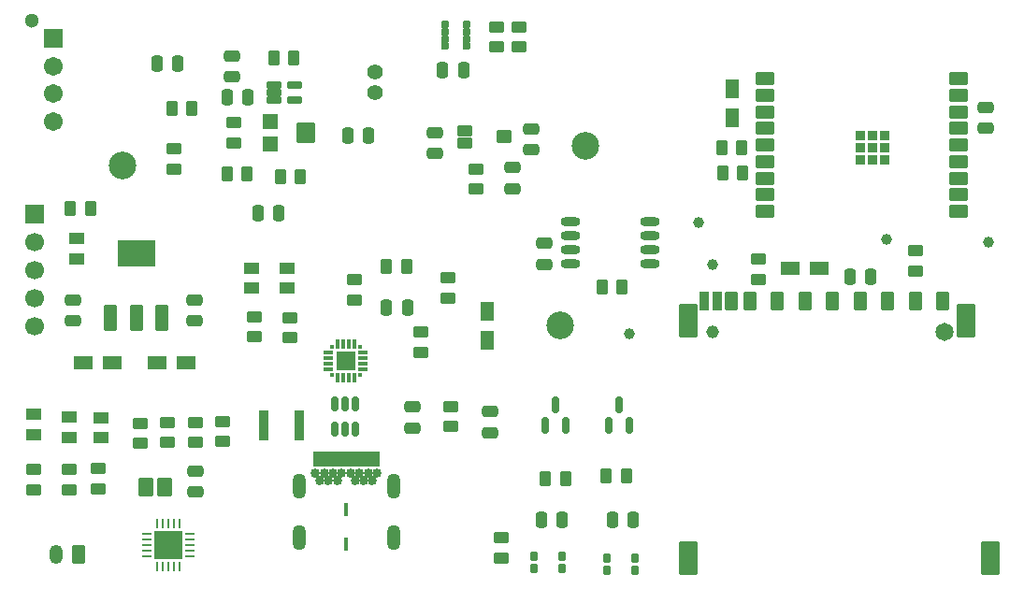
<source format=gts>
%TF.GenerationSoftware,KiCad,Pcbnew,9.0.3*%
%TF.CreationDate,2025-09-24T14:43:00+05:30*%
%TF.ProjectId,esp_32,6573705f-3332-42e6-9b69-6361645f7063,rev?*%
%TF.SameCoordinates,Original*%
%TF.FileFunction,Soldermask,Top*%
%TF.FilePolarity,Negative*%
%FSLAX46Y46*%
G04 Gerber Fmt 4.6, Leading zero omitted, Abs format (unit mm)*
G04 Created by KiCad (PCBNEW 9.0.3) date 2025-09-24 14:43:00*
%MOMM*%
%LPD*%
G01*
G04 APERTURE LIST*
G04 Aperture macros list*
%AMRoundRect*
0 Rectangle with rounded corners*
0 $1 Rounding radius*
0 $2 $3 $4 $5 $6 $7 $8 $9 X,Y pos of 4 corners*
0 Add a 4 corners polygon primitive as box body*
4,1,4,$2,$3,$4,$5,$6,$7,$8,$9,$2,$3,0*
0 Add four circle primitives for the rounded corners*
1,1,$1+$1,$2,$3*
1,1,$1+$1,$4,$5*
1,1,$1+$1,$6,$7*
1,1,$1+$1,$8,$9*
0 Add four rect primitives between the rounded corners*
20,1,$1+$1,$2,$3,$4,$5,0*
20,1,$1+$1,$4,$5,$6,$7,0*
20,1,$1+$1,$6,$7,$8,$9,0*
20,1,$1+$1,$8,$9,$2,$3,0*%
G04 Aperture macros list end*
%ADD10RoundRect,0.250000X0.450000X-0.262500X0.450000X0.262500X-0.450000X0.262500X-0.450000X-0.262500X0*%
%ADD11RoundRect,0.250000X-0.262500X-0.450000X0.262500X-0.450000X0.262500X0.450000X-0.262500X0.450000X0*%
%ADD12RoundRect,0.250000X0.350000X0.625000X-0.350000X0.625000X-0.350000X-0.625000X0.350000X-0.625000X0*%
%ADD13O,1.200000X1.750000*%
%ADD14RoundRect,0.250000X-0.450000X0.262500X-0.450000X-0.262500X0.450000X-0.262500X0.450000X0.262500X0*%
%ADD15O,1.804000X0.804000*%
%ADD16C,2.500000*%
%ADD17RoundRect,0.250000X0.250000X0.475000X-0.250000X0.475000X-0.250000X-0.475000X0.250000X-0.475000X0*%
%ADD18RoundRect,0.250000X0.262500X0.450000X-0.262500X0.450000X-0.262500X-0.450000X0.262500X-0.450000X0*%
%ADD19RoundRect,0.250000X-0.250000X-0.475000X0.250000X-0.475000X0.250000X0.475000X-0.250000X0.475000X0*%
%ADD20C,1.300000*%
%ADD21RoundRect,0.102000X0.754000X-0.754000X0.754000X0.754000X-0.754000X0.754000X-0.754000X-0.754000X0*%
%ADD22C,1.712000*%
%ADD23C,1.000000*%
%ADD24RoundRect,0.102000X-0.600000X-0.600000X0.600000X-0.600000X0.600000X0.600000X-0.600000X0.600000X0*%
%ADD25RoundRect,0.102000X-0.750000X-0.800000X0.750000X-0.800000X0.750000X0.800000X-0.750000X0.800000X0*%
%ADD26R,1.230000X1.800000*%
%ADD27RoundRect,0.102000X-0.600000X-0.735000X0.600000X-0.735000X0.600000X0.735000X-0.600000X0.735000X0*%
%ADD28RoundRect,0.102000X-0.750000X-0.450000X0.750000X-0.450000X0.750000X0.450000X-0.750000X0.450000X0*%
%ADD29RoundRect,0.102000X-0.350000X-0.350000X0.350000X-0.350000X0.350000X0.350000X-0.350000X0.350000X0*%
%ADD30RoundRect,0.250000X0.475000X-0.250000X0.475000X0.250000X-0.475000X0.250000X-0.475000X-0.250000X0*%
%ADD31R,1.400000X1.000000*%
%ADD32RoundRect,0.250000X-0.475000X0.250000X-0.475000X-0.250000X0.475000X-0.250000X0.475000X0.250000X0*%
%ADD33RoundRect,0.151000X-0.546000X-0.151000X0.546000X-0.151000X0.546000X0.151000X-0.546000X0.151000X0*%
%ADD34R,1.800000X1.230000*%
%ADD35RoundRect,0.150000X-0.150000X0.512500X-0.150000X-0.512500X0.150000X-0.512500X0.150000X0.512500X0*%
%ADD36RoundRect,0.102000X-0.150000X-0.600000X0.150000X-0.600000X0.150000X0.600000X-0.150000X0.600000X0*%
%ADD37C,0.854000*%
%ADD38RoundRect,0.102000X-0.100000X-0.500000X0.100000X-0.500000X0.100000X0.500000X-0.100000X0.500000X0*%
%ADD39O,1.254000X2.304000*%
%ADD40RoundRect,0.062500X0.350000X0.062500X-0.350000X0.062500X-0.350000X-0.062500X0.350000X-0.062500X0*%
%ADD41RoundRect,0.062500X0.062500X0.350000X-0.062500X0.350000X-0.062500X-0.350000X0.062500X-0.350000X0*%
%ADD42R,2.500000X2.500000*%
%ADD43RoundRect,0.081750X0.265250X0.245250X-0.265250X0.245250X-0.265250X-0.245250X0.265250X-0.245250X0*%
%ADD44RoundRect,0.102000X0.475000X-1.075000X0.475000X1.075000X-0.475000X1.075000X-0.475000X-1.075000X0*%
%ADD45RoundRect,0.102000X1.625000X-1.075000X1.625000X1.075000X-1.625000X1.075000X-1.625000X-1.075000X0*%
%ADD46C,1.412000*%
%ADD47RoundRect,0.150000X0.150000X-0.587500X0.150000X0.587500X-0.150000X0.587500X-0.150000X-0.587500X0*%
%ADD48R,0.300000X0.300000*%
%ADD49R,0.300000X0.900000*%
%ADD50R,0.900000X0.300000*%
%ADD51R,1.800000X1.800000*%
%ADD52R,1.700000X1.700000*%
%ADD53C,1.700000*%
%ADD54RoundRect,0.102000X-0.275000X-0.285000X0.275000X-0.285000X0.275000X0.285000X-0.275000X0.285000X0*%
%ADD55C,1.150000*%
%ADD56C,1.650000*%
%ADD57RoundRect,0.102000X-0.500000X-0.750000X0.500000X-0.750000X0.500000X0.750000X-0.500000X0.750000X0*%
%ADD58RoundRect,0.102000X-0.350000X-0.750000X0.350000X-0.750000X0.350000X0.750000X-0.350000X0.750000X0*%
%ADD59RoundRect,0.102000X-0.750000X-1.400000X0.750000X-1.400000X0.750000X1.400000X-0.750000X1.400000X0*%
%ADD60R,0.910000X2.810000*%
%ADD61RoundRect,0.102000X-0.550000X-0.400000X0.550000X-0.400000X0.550000X0.400000X-0.550000X0.400000X0*%
%ADD62RoundRect,0.102000X-0.550000X-0.500000X0.550000X-0.500000X0.550000X0.500000X-0.550000X0.500000X0*%
G04 APERTURE END LIST*
D10*
%TO.C,R11*%
X140750000Y-110662500D03*
X140750000Y-108837500D03*
%TD*%
D11*
%TO.C,R20*%
X173987500Y-96900000D03*
X175812500Y-96900000D03*
%TD*%
D12*
%TO.C,J5*%
X115750000Y-133750000D03*
D13*
X113750000Y-133750000D03*
%TD*%
D14*
%TO.C,R26*%
X124430000Y-96975000D03*
X124430000Y-98800000D03*
%TD*%
D15*
%TO.C,U6*%
X160300000Y-103595000D03*
X160300000Y-104865000D03*
X160300000Y-106135000D03*
X160300000Y-107405000D03*
X167500000Y-107405000D03*
X167500000Y-106135000D03*
X167500000Y-104865000D03*
X167500000Y-103595000D03*
%TD*%
D16*
%TO.C,REF\u002A\u002A*%
X119750000Y-98500000D03*
%TD*%
%TO.C,REF\u002A\u002A*%
X159400000Y-112950000D03*
%TD*%
D17*
%TO.C,C11*%
X145525000Y-111350000D03*
X143625000Y-111350000D03*
%TD*%
D18*
%TO.C,R13*%
X145450000Y-107600000D03*
X143625000Y-107600000D03*
%TD*%
D17*
%TO.C,C15*%
X150600000Y-89862500D03*
X148700000Y-89862500D03*
%TD*%
D19*
%TO.C,C19*%
X122850000Y-89300000D03*
X124750000Y-89300000D03*
%TD*%
D20*
%TO.C,J4*%
X111500000Y-85400000D03*
D21*
X113500000Y-87000000D03*
D22*
X113500000Y-89500000D03*
X113500000Y-92000000D03*
X113500000Y-94500000D03*
%TD*%
D10*
%TO.C,R14*%
X131650000Y-114025000D03*
X131650000Y-112200000D03*
%TD*%
D17*
%TO.C,C17*%
X142000000Y-95800000D03*
X140100000Y-95800000D03*
%TD*%
D23*
%TO.C,TP4*%
X188900000Y-105200000D03*
%TD*%
%TO.C,TP2*%
X173150000Y-107450000D03*
%TD*%
D18*
%TO.C,R34*%
X165332500Y-126580000D03*
X163507500Y-126580000D03*
%TD*%
D10*
%TO.C,R27*%
X129850000Y-96462500D03*
X129850000Y-94637500D03*
%TD*%
D24*
%TO.C,R17*%
X133100000Y-94550000D03*
D25*
X136350000Y-95550000D03*
D24*
X133100000Y-96550000D03*
%TD*%
D14*
%TO.C,R1*%
X121320000Y-121850000D03*
X121320000Y-123675000D03*
%TD*%
D26*
%TO.C,C7*%
X174900000Y-91590000D03*
X174900000Y-94210000D03*
%TD*%
D27*
%TO.C,FB1*%
X121850000Y-127600000D03*
X123570000Y-127600000D03*
%TD*%
D14*
%TO.C,R4*%
X146750000Y-113587500D03*
X146750000Y-115412500D03*
%TD*%
D19*
%TO.C,C12*%
X185575000Y-108550000D03*
X187475000Y-108550000D03*
%TD*%
D23*
%TO.C,TP1*%
X165650000Y-113700000D03*
%TD*%
D28*
%TO.C,U3*%
X177940000Y-90650000D03*
X177940000Y-92150000D03*
X177940000Y-93650000D03*
X177940000Y-95150000D03*
X177940000Y-96650000D03*
X177940000Y-98150000D03*
X177940000Y-99650000D03*
X177940000Y-101150000D03*
X177940000Y-102650000D03*
X195440000Y-102650000D03*
X195440000Y-101150000D03*
X195440000Y-99650000D03*
X195440000Y-98150000D03*
X195440000Y-96650000D03*
X195440000Y-95150000D03*
X195440000Y-93650000D03*
X195440000Y-92150000D03*
X195440000Y-90650000D03*
D29*
X186550000Y-95750000D03*
X187650000Y-95750000D03*
X188750000Y-95750000D03*
X186550000Y-96850000D03*
X187650000Y-96850000D03*
X188750000Y-96850000D03*
X186550000Y-97950000D03*
X187650000Y-97950000D03*
X188750000Y-97950000D03*
%TD*%
D30*
%TO.C,C10*%
X153000000Y-122700000D03*
X153000000Y-120800000D03*
%TD*%
D11*
%TO.C,R31*%
X129187500Y-99300000D03*
X131012500Y-99300000D03*
%TD*%
D30*
%TO.C,C8*%
X197900000Y-95150000D03*
X197900000Y-93250000D03*
%TD*%
D31*
%TO.C,LED4*%
X115600000Y-105140000D03*
X115600000Y-106940000D03*
%TD*%
D10*
%TO.C,R16*%
X177275000Y-108800000D03*
X177275000Y-106975000D03*
%TD*%
D32*
%TO.C,C2*%
X126220000Y-110690000D03*
X126220000Y-112590000D03*
%TD*%
D10*
%TO.C,R32*%
X154040000Y-134025000D03*
X154040000Y-132200000D03*
%TD*%
D33*
%TO.C,U7*%
X133430000Y-91250000D03*
X133430000Y-91900000D03*
X133430000Y-92550000D03*
X135350000Y-92550000D03*
X135350000Y-91250000D03*
%TD*%
D23*
%TO.C,TP3*%
X171900000Y-103700000D03*
%TD*%
D30*
%TO.C,C1*%
X146000000Y-122250000D03*
X146000000Y-120350000D03*
%TD*%
D34*
%TO.C,C5*%
X118780000Y-116390000D03*
X116160000Y-116390000D03*
%TD*%
D10*
%TO.C,R6*%
X128820000Y-123512500D03*
X128820000Y-121687500D03*
%TD*%
D19*
%TO.C,C21*%
X157640000Y-130612500D03*
X159540000Y-130612500D03*
%TD*%
D35*
%TO.C,U5*%
X140850000Y-120062500D03*
X139900000Y-120062500D03*
X138950000Y-120062500D03*
X138950000Y-122337500D03*
X139900000Y-122337500D03*
X140850000Y-122337500D03*
%TD*%
D10*
%TO.C,R19*%
X191500000Y-108050000D03*
X191500000Y-106225000D03*
%TD*%
D19*
%TO.C,C22*%
X164090000Y-130612500D03*
X165990000Y-130612500D03*
%TD*%
D32*
%TO.C,C25*%
X148005000Y-95492500D03*
X148005000Y-97392500D03*
%TD*%
D23*
%TO.C,TP5*%
X198150000Y-105450000D03*
%TD*%
D32*
%TO.C,C4*%
X115220000Y-110690000D03*
X115220000Y-112590000D03*
%TD*%
D18*
%TO.C,R28*%
X135262500Y-88800000D03*
X133437500Y-88800000D03*
%TD*%
D31*
%TO.C,LED1*%
X114900000Y-123100000D03*
X114900000Y-121300000D03*
%TD*%
D30*
%TO.C,C24*%
X155005000Y-100592500D03*
X155005000Y-98692500D03*
%TD*%
D19*
%TO.C,C20*%
X131980000Y-102800000D03*
X133880000Y-102800000D03*
%TD*%
D10*
%TO.C,R5*%
X126320000Y-123600000D03*
X126320000Y-121775000D03*
%TD*%
D36*
%TO.C,J1*%
X137230000Y-125100000D03*
X137730000Y-125100000D03*
X138230000Y-125100000D03*
X138730000Y-125100000D03*
X139230000Y-125100000D03*
X139730000Y-125100000D03*
X140230000Y-125100000D03*
X140730000Y-125100000D03*
X141230000Y-125100000D03*
X141730000Y-125100000D03*
X142230000Y-125100000D03*
X142730000Y-125100000D03*
D37*
X142780000Y-126350000D03*
X142380000Y-127060000D03*
X141580000Y-127060000D03*
X141180000Y-126350000D03*
X140780000Y-127060000D03*
X140380000Y-126350000D03*
X139580000Y-126350000D03*
X139180000Y-127060000D03*
X138780000Y-126350000D03*
X138380000Y-127060000D03*
X137580000Y-127060000D03*
X137180000Y-126350000D03*
X141980000Y-126350000D03*
X137980000Y-126350000D03*
D38*
X139980000Y-129680000D03*
X139980000Y-132780000D03*
D39*
X135710000Y-127500000D03*
X144250000Y-127500000D03*
X135710000Y-132230000D03*
X144250000Y-132230000D03*
%TD*%
D40*
%TO.C,U1*%
X125812500Y-133875000D03*
X125812500Y-133375000D03*
X125812500Y-132875000D03*
X125812500Y-132375000D03*
X125812500Y-131875000D03*
D41*
X124875000Y-130937500D03*
X124375000Y-130937500D03*
X123875000Y-130937500D03*
X123375000Y-130937500D03*
X122875000Y-130937500D03*
D40*
X121937500Y-131875000D03*
X121937500Y-132375000D03*
X121937500Y-132875000D03*
X121937500Y-133375000D03*
X121937500Y-133875000D03*
D41*
X122875000Y-134812500D03*
X123375000Y-134812500D03*
X123875000Y-134812500D03*
X124375000Y-134812500D03*
X124875000Y-134812500D03*
D42*
X123875000Y-132875000D03*
%TD*%
D14*
%TO.C,R2*%
X123820000Y-121775000D03*
X123820000Y-123600000D03*
%TD*%
D10*
%TO.C,R7*%
X114900000Y-127862500D03*
X114900000Y-126037500D03*
%TD*%
D43*
%TO.C,U2*%
X148930000Y-87675000D03*
X148930000Y-87025000D03*
X148930000Y-86375000D03*
X148930000Y-85725000D03*
X150870000Y-85725000D03*
X150870000Y-86375000D03*
X150870000Y-87025000D03*
X150870000Y-87675000D03*
%TD*%
D32*
%TO.C,C6*%
X126320000Y-126150000D03*
X126320000Y-128050000D03*
%TD*%
D10*
%TO.C,R21*%
X151755000Y-100642500D03*
X151755000Y-98817500D03*
%TD*%
%TO.C,R8*%
X111650000Y-127862500D03*
X111650000Y-126037500D03*
%TD*%
D31*
%TO.C,LED6*%
X131400000Y-109600000D03*
X131400000Y-107800000D03*
%TD*%
D10*
%TO.C,R12*%
X149200000Y-110512500D03*
X149200000Y-108687500D03*
%TD*%
D44*
%TO.C,VR1*%
X118670000Y-112290000D03*
X120970000Y-112290000D03*
X123270000Y-112290000D03*
D45*
X120970000Y-106490000D03*
%TD*%
D34*
%TO.C,C3*%
X122850000Y-116390000D03*
X125470000Y-116390000D03*
%TD*%
D18*
%TO.C,R10*%
X116850000Y-102390000D03*
X115025000Y-102390000D03*
%TD*%
D46*
%TO.C,MK1*%
X142557500Y-89990000D03*
X142557500Y-91890000D03*
%TD*%
D11*
%TO.C,R29*%
X134025000Y-99550000D03*
X135850000Y-99550000D03*
%TD*%
D17*
%TO.C,C18*%
X131100000Y-92300000D03*
X129200000Y-92300000D03*
%TD*%
D16*
%TO.C,REF\u002A\u002A*%
X161650000Y-96700000D03*
%TD*%
D18*
%TO.C,R18*%
X175900000Y-99150000D03*
X174075000Y-99150000D03*
%TD*%
D10*
%TO.C,R24*%
X153600000Y-87775000D03*
X153600000Y-85950000D03*
%TD*%
D11*
%TO.C,R30*%
X124187500Y-93300000D03*
X126012500Y-93300000D03*
%TD*%
D47*
%TO.C,Q2*%
X163720000Y-122017500D03*
X165620000Y-122017500D03*
X164670000Y-120142500D03*
%TD*%
D48*
%TO.C,U4*%
X138700000Y-117450000D03*
D49*
X139200000Y-117750000D03*
X139700000Y-117750000D03*
X140200000Y-117750000D03*
X140700000Y-117750000D03*
D48*
X141200000Y-117450000D03*
D50*
X141500000Y-116950000D03*
X141500000Y-116450000D03*
X141500000Y-115950000D03*
X141500000Y-115450000D03*
D48*
X141200000Y-114950000D03*
D49*
X140700000Y-114650000D03*
X140200000Y-114650000D03*
X139700000Y-114650000D03*
X139200000Y-114650000D03*
D48*
X138700000Y-114950000D03*
D50*
X138400000Y-115450000D03*
X138400000Y-115950000D03*
X138400000Y-116450000D03*
X138400000Y-116950000D03*
D51*
X139950000Y-116200000D03*
%TD*%
D47*
%TO.C,Q3*%
X157970000Y-122017500D03*
X159870000Y-122017500D03*
X158920000Y-120142500D03*
%TD*%
D10*
%TO.C,R15*%
X134900000Y-114112500D03*
X134900000Y-112287500D03*
%TD*%
D30*
%TO.C,C16*%
X129600000Y-90450000D03*
X129600000Y-88550000D03*
%TD*%
D26*
%TO.C,C9*%
X152750000Y-111690000D03*
X152750000Y-114310000D03*
%TD*%
D52*
%TO.C,J6*%
X111750000Y-102880000D03*
D53*
X111750000Y-105420000D03*
X111750000Y-107960000D03*
X111750000Y-110500000D03*
X111750000Y-113040000D03*
%TD*%
D54*
%TO.C,S2*%
X163552500Y-134032500D03*
X166102500Y-134032500D03*
X163552500Y-135192500D03*
X166102500Y-135192500D03*
%TD*%
D10*
%TO.C,R3*%
X149450000Y-122132500D03*
X149450000Y-120307500D03*
%TD*%
D34*
%TO.C,C13*%
X182835000Y-107800000D03*
X180215000Y-107800000D03*
%TD*%
D32*
%TO.C,C14*%
X157900000Y-105550000D03*
X157900000Y-107450000D03*
%TD*%
D55*
%TO.C,J3*%
X173125000Y-113550000D03*
D56*
X194125000Y-113550000D03*
D57*
X191500000Y-110750000D03*
X189000000Y-110750000D03*
X186500000Y-110750000D03*
X184000000Y-110750000D03*
X181500000Y-110750000D03*
X179000000Y-110750000D03*
X176575000Y-110750000D03*
X174875000Y-110750000D03*
X194000000Y-110750000D03*
D58*
X173575000Y-110750000D03*
D59*
X170975000Y-112550000D03*
X196075000Y-112550000D03*
X198275000Y-134050000D03*
X170975000Y-134050000D03*
D58*
X172375000Y-110750000D03*
%TD*%
D10*
%TO.C,R25*%
X155600000Y-87775000D03*
X155600000Y-85950000D03*
%TD*%
D60*
%TO.C,F1*%
X135750000Y-122000000D03*
X132510000Y-122000000D03*
%TD*%
D18*
%TO.C,R22*%
X164975000Y-109500000D03*
X163150000Y-109500000D03*
%TD*%
D31*
%TO.C,LED5*%
X134650000Y-109600000D03*
X134650000Y-107800000D03*
%TD*%
D11*
%TO.C,R33*%
X158007500Y-126830000D03*
X159832500Y-126830000D03*
%TD*%
D31*
%TO.C,LED2*%
X111650000Y-122850000D03*
X111650000Y-121050000D03*
%TD*%
D32*
%TO.C,C23*%
X156755000Y-95192500D03*
X156755000Y-97092500D03*
%TD*%
D54*
%TO.C,S1*%
X156990000Y-133862500D03*
X159540000Y-133862500D03*
X156990000Y-135022500D03*
X159540000Y-135022500D03*
%TD*%
D61*
%TO.C,Q1*%
X150745000Y-95342500D03*
X150745000Y-96442500D03*
D62*
X154255000Y-95892500D03*
%TD*%
D31*
%TO.C,LED3*%
X117820000Y-123150000D03*
X117820000Y-121350000D03*
%TD*%
D10*
%TO.C,R9*%
X117570000Y-127762500D03*
X117570000Y-125937500D03*
%TD*%
M02*

</source>
